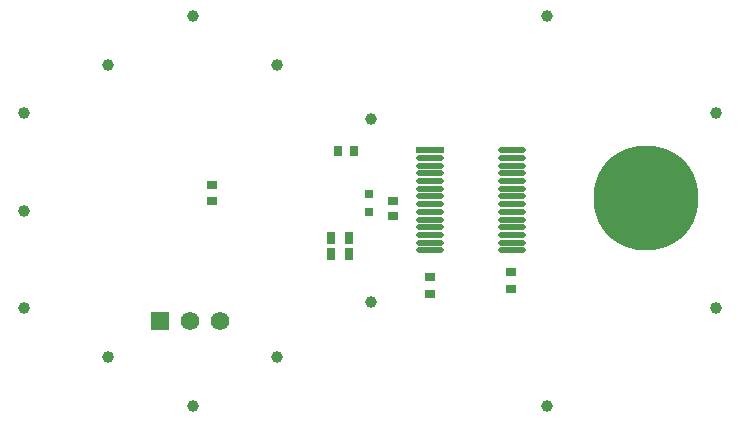
<source format=gbr>
G04*
G04 #@! TF.GenerationSoftware,Altium Limited,Altium Designer,25.8.1 (18)*
G04*
G04 Layer_Color=255*
%FSLAX44Y44*%
%MOMM*%
G71*
G04*
G04 #@! TF.SameCoordinates,DC2A109C-38F9-4662-A5C9-921089D2BF11*
G04*
G04*
G04 #@! TF.FilePolarity,Positive*
G04*
G01*
G75*
G04:AMPARAMS|DCode=18|XSize=1mm|YSize=1mm|CornerRadius=0.5mm|HoleSize=0mm|Usage=FLASHONLY|Rotation=90.000|XOffset=0mm|YOffset=0mm|HoleType=Round|Shape=RoundedRectangle|*
%AMROUNDEDRECTD18*
21,1,1.0000,0.0000,0,0,90.0*
21,1,0.0000,1.0000,0,0,90.0*
1,1,1.0000,0.0000,0.0000*
1,1,1.0000,0.0000,0.0000*
1,1,1.0000,0.0000,0.0000*
1,1,1.0000,0.0000,0.0000*
%
%ADD18ROUNDEDRECTD18*%
%ADD19R,0.8000X0.8000*%
G04:AMPARAMS|DCode=20|XSize=1mm|YSize=1mm|CornerRadius=0.5mm|HoleSize=0mm|Usage=FLASHONLY|Rotation=210.000|XOffset=0mm|YOffset=0mm|HoleType=Round|Shape=RoundedRectangle|*
%AMROUNDEDRECTD20*
21,1,1.0000,0.0000,0,0,210.0*
21,1,0.0000,1.0000,0,0,210.0*
1,1,1.0000,0.0000,0.0000*
1,1,1.0000,0.0000,0.0000*
1,1,1.0000,0.0000,0.0000*
1,1,1.0000,0.0000,0.0000*
%
%ADD20ROUNDEDRECTD20*%
G04:AMPARAMS|DCode=21|XSize=1mm|YSize=1mm|CornerRadius=0.5mm|HoleSize=0mm|Usage=FLASHONLY|Rotation=150.000|XOffset=0mm|YOffset=0mm|HoleType=Round|Shape=RoundedRectangle|*
%AMROUNDEDRECTD21*
21,1,1.0000,0.0000,0,0,150.0*
21,1,0.0000,1.0000,0,0,150.0*
1,1,1.0000,0.0000,0.0000*
1,1,1.0000,0.0000,0.0000*
1,1,1.0000,0.0000,0.0000*
1,1,1.0000,0.0000,0.0000*
%
%ADD21ROUNDEDRECTD21*%
%ADD22R,0.6587X0.8121*%
%ADD23R,0.9000X0.6500*%
%ADD24R,0.8000X1.0000*%
G04:AMPARAMS|DCode=25|XSize=2.3528mm|YSize=0.4949mm|CornerRadius=0.2475mm|HoleSize=0mm|Usage=FLASHONLY|Rotation=0.000|XOffset=0mm|YOffset=0mm|HoleType=Round|Shape=RoundedRectangle|*
%AMROUNDEDRECTD25*
21,1,2.3528,0.0000,0,0,0.0*
21,1,1.8579,0.4949,0,0,0.0*
1,1,0.4949,0.9290,0.0000*
1,1,0.4949,-0.9290,0.0000*
1,1,0.4949,-0.9290,0.0000*
1,1,0.4949,0.9290,0.0000*
%
%ADD25ROUNDEDRECTD25*%
%ADD26R,2.3528X0.4949*%
%ADD27R,0.8900X0.6400*%
%ADD28R,0.9500X0.8000*%
%ADD29C,8.8900*%
%ADD36R,1.5700X1.5700*%
%ADD37C,1.5700*%
D18*
X-1679Y77521D02*
D03*
Y-77521D02*
D03*
X-223901Y123901D02*
D03*
X-80899Y-123901D02*
D03*
X-152400Y-165199D02*
D03*
X147599Y165199D02*
D03*
Y-165199D02*
D03*
X-152400Y165199D02*
D03*
D19*
X-2742Y14138D02*
D03*
Y-862D02*
D03*
D20*
X-295468Y-82601D02*
D03*
X-223901Y-123901D02*
D03*
X-80899Y123901D02*
D03*
X290700Y82601D02*
D03*
D21*
X-295501Y0D02*
D03*
X290700Y-82601D02*
D03*
X-295468Y82601D02*
D03*
D22*
X-28991Y50896D02*
D03*
X-15457D02*
D03*
D23*
X117109Y-65996D02*
D03*
Y-51496D02*
D03*
X48531Y-70152D02*
D03*
Y-55652D02*
D03*
D24*
X-20201Y-36442D02*
D03*
X-35201D02*
D03*
X-34801Y-23043D02*
D03*
X-19801D02*
D03*
D25*
X117849Y51225D02*
D03*
Y44725D02*
D03*
Y38225D02*
D03*
Y31725D02*
D03*
Y25225D02*
D03*
Y18725D02*
D03*
Y12225D02*
D03*
Y5725D02*
D03*
Y-775D02*
D03*
Y-7275D02*
D03*
Y-13775D02*
D03*
Y-20275D02*
D03*
Y-26775D02*
D03*
Y-33275D02*
D03*
X48346D02*
D03*
Y-26775D02*
D03*
Y-20275D02*
D03*
Y-13775D02*
D03*
Y-7275D02*
D03*
Y-775D02*
D03*
Y5725D02*
D03*
Y12225D02*
D03*
Y18725D02*
D03*
Y25225D02*
D03*
Y31725D02*
D03*
Y38225D02*
D03*
Y44725D02*
D03*
D26*
Y51225D02*
D03*
D27*
X-136248Y22280D02*
D03*
Y8280D02*
D03*
D28*
X17551Y8292D02*
D03*
Y-4208D02*
D03*
D29*
X231803Y10668D02*
D03*
D36*
X-179978Y-93003D02*
D03*
D37*
X-154578D02*
D03*
X-129178D02*
D03*
M02*

</source>
